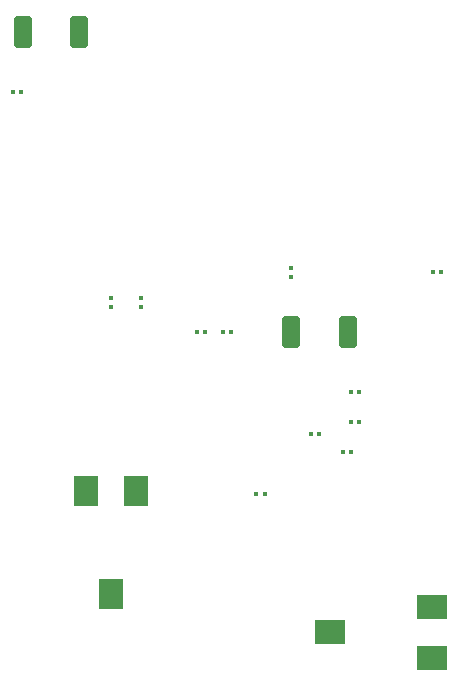
<source format=gbr>
%TF.GenerationSoftware,KiCad,Pcbnew,7.0.1*%
%TF.CreationDate,2023-04-06T21:37:19+03:00*%
%TF.ProjectId,BSPD,42535044-2e6b-4696-9361-645f70636258,rev?*%
%TF.SameCoordinates,Original*%
%TF.FileFunction,Paste,Top*%
%TF.FilePolarity,Positive*%
%FSLAX46Y46*%
G04 Gerber Fmt 4.6, Leading zero omitted, Abs format (unit mm)*
G04 Created by KiCad (PCBNEW 7.0.1) date 2023-04-06 21:37:19*
%MOMM*%
%LPD*%
G01*
G04 APERTURE LIST*
G04 Aperture macros list*
%AMRoundRect*
0 Rectangle with rounded corners*
0 $1 Rounding radius*
0 $2 $3 $4 $5 $6 $7 $8 $9 X,Y pos of 4 corners*
0 Add a 4 corners polygon primitive as box body*
4,1,4,$2,$3,$4,$5,$6,$7,$8,$9,$2,$3,0*
0 Add four circle primitives for the rounded corners*
1,1,$1+$1,$2,$3*
1,1,$1+$1,$4,$5*
1,1,$1+$1,$6,$7*
1,1,$1+$1,$8,$9*
0 Add four rect primitives between the rounded corners*
20,1,$1+$1,$2,$3,$4,$5,0*
20,1,$1+$1,$4,$5,$6,$7,0*
20,1,$1+$1,$6,$7,$8,$9,0*
20,1,$1+$1,$8,$9,$2,$3,0*%
G04 Aperture macros list end*
%ADD10RoundRect,0.079500X-0.079500X-0.100500X0.079500X-0.100500X0.079500X0.100500X-0.079500X0.100500X0*%
%ADD11R,2.000000X2.500000*%
%ADD12RoundRect,0.079500X0.079500X0.100500X-0.079500X0.100500X-0.079500X-0.100500X0.079500X-0.100500X0*%
%ADD13RoundRect,0.250000X-0.500000X-1.100000X0.500000X-1.100000X0.500000X1.100000X-0.500000X1.100000X0*%
%ADD14RoundRect,0.079500X0.100500X-0.079500X0.100500X0.079500X-0.100500X0.079500X-0.100500X-0.079500X0*%
%ADD15RoundRect,0.250000X0.500000X1.100000X-0.500000X1.100000X-0.500000X-1.100000X0.500000X-1.100000X0*%
%ADD16R,2.500000X2.000000*%
G04 APERTURE END LIST*
D10*
%TO.C,C2*%
X50455000Y-43180000D03*
X51145000Y-43180000D03*
%TD*%
D11*
%TO.C,RV1*%
X41030000Y-56635000D03*
X43180000Y-65285000D03*
X45330000Y-56635000D03*
%TD*%
D12*
%TO.C,R14*%
X71120000Y-38100000D03*
X70430000Y-38100000D03*
%TD*%
%TO.C,R12*%
X63525000Y-53340000D03*
X62835000Y-53340000D03*
%TD*%
%TO.C,R10*%
X35560000Y-22860000D03*
X34870000Y-22860000D03*
%TD*%
D13*
%TO.C,D2*%
X35700000Y-17780000D03*
X40500000Y-17780000D03*
%TD*%
D10*
%TO.C,C1*%
X55493088Y-56870000D03*
X56183088Y-56870000D03*
%TD*%
D14*
%TO.C,R5*%
X43180000Y-40985000D03*
X43180000Y-40295000D03*
%TD*%
D12*
%TO.C,C3*%
X53340000Y-43180000D03*
X52650000Y-43180000D03*
%TD*%
D15*
%TO.C,D1*%
X63220000Y-43180000D03*
X58420000Y-43180000D03*
%TD*%
D16*
%TO.C,RV2*%
X70365000Y-66430000D03*
X61715000Y-68580000D03*
X70365000Y-70730000D03*
%TD*%
D12*
%TO.C,R11*%
X64165000Y-50800000D03*
X63475000Y-50800000D03*
%TD*%
D14*
%TO.C,R9*%
X58420000Y-38445000D03*
X58420000Y-37755000D03*
%TD*%
%TO.C,R6*%
X45720000Y-40985000D03*
X45720000Y-40295000D03*
%TD*%
D12*
%TO.C,R8*%
X60780576Y-51790000D03*
X60090576Y-51790000D03*
%TD*%
%TO.C,R7*%
X64190000Y-48260000D03*
X63500000Y-48260000D03*
%TD*%
M02*

</source>
